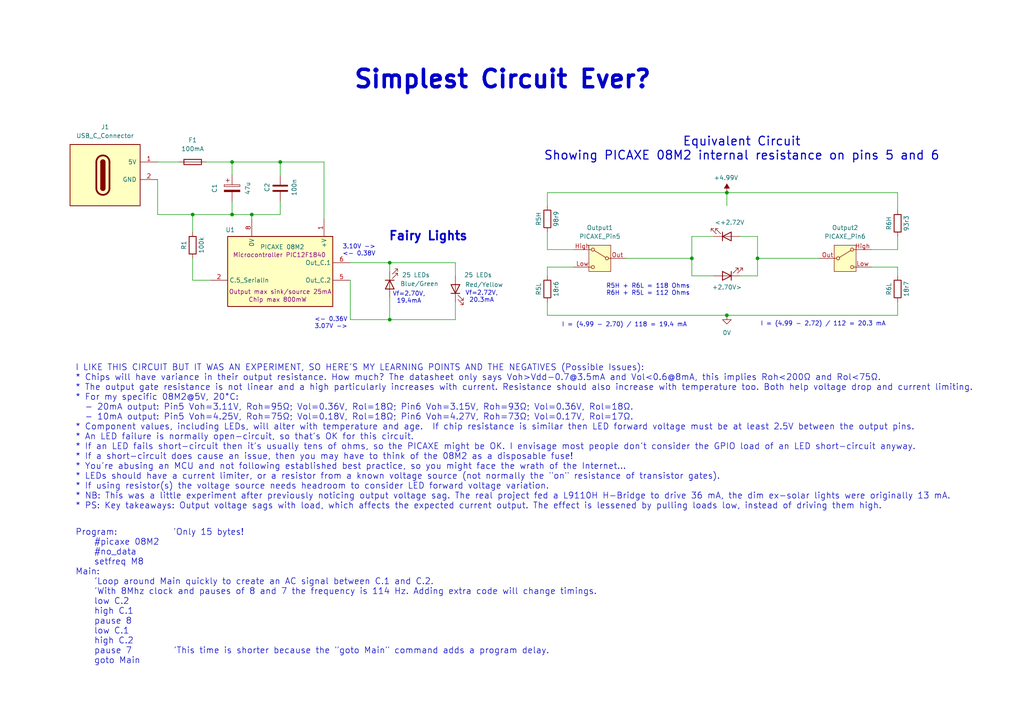
<source format=kicad_sch>
(kicad_sch (version 20231120) (generator "eeschema") (generator_version "8.0")
  (paper "A4")
  (title_block (title "Fairy Lights - Experimenting with PIC output resistance") (comment 1 "Timings are Pin6high 4.27ms, off 140us, Pin5high 4.18ms, off 142us.") (comment 2 "The 114 Hz duty cycle is Pin6 high 48.9%, Pin5 high 47.9%, and 2 deabands of 1.6%.") (comment 3 "Only low voltage LED strings driven by about 2.7V AC are supported.") (comment 4 "Using a PICAXE as an AC generator and, very unconventually, as a resistor too."))
  (lib_symbols
    (symbol "Device:C" (pin_numbers hide) (pin_names (offset 0.254))
      (property "Reference" "C" (at 0.635 2.54 0))
      (property "Value" "C" (at 0.635 -2.54 0))
      (symbol "C_0_1"
        (polyline (pts (xy -2.032 -0.762) (xy 2.032 -0.762)) (stroke (width 0.508)))
        (polyline (pts (xy -2.032 0.762) (xy 2.032 0.762)) (stroke (width 0.508)))
      )
      (symbol "C_1_1"
        (pin passive line (at 0 3.81 270) (length 2.794) (name "~") (number "1"))
        (pin passive line (at 0 -3.81 90) (length 2.794) (name "~") (number "2"))
      )
    )
    (symbol "Device:C_Polarized" (pin_numbers hide) (pin_names (offset 0.254))
      (property "Reference" "C" (at 0.635 2.54 0))
      (property "Value" "C_Polarized" (at 0.635 -2.54 0))
      (symbol "C_Polarized_0_1"
        (rectangle (start -2.286 0.508) (end 2.286 1.016))
        (polyline (pts (xy -1.778 2.286) (xy -0.762 2.286)))
        (polyline (pts (xy -1.27 2.794) (xy -1.27 1.778)))
        (rectangle (start 2.286 -0.508) (end -2.286 -1.016) (fill (type outline)))
      )
      (symbol "C_Polarized_1_1"
        (pin passive line (at 0 3.81 270) (length 2.794) (name "~") (number "1"))
        (pin passive line (at 0 -3.81 90) (length 2.794) (name "~") (number "2"))
      )
    )
    (symbol "Device:Fuse" (pin_numbers hide) (pin_names (offset 0))
      (property "Reference" "F" (at 2.032 0 90))
      (property "Value" "Fuse" (at -1.905 0 90))
      (symbol "Fuse_0_1"
        (rectangle (start -0.762 -2.54) (end 0.762 2.54) (stroke (width 0.254)))
        (polyline (pts (xy 0 2.54) (xy 0 -2.54)))
      )
      (symbol "Fuse_1_1"
        (pin passive line (at 0 3.81 270) (length 1.27) (name "~") (number "1"))
        (pin passive line (at 0 -3.81 90) (length 1.27) (name "~") (number "2"))
      )
    )
    (symbol "Device:LED" (pin_numbers hide) (pin_names (offset 1.016) hide)
      (property "Reference" "D" (at 0 2.54 0))
      (property "Value" "LED" (at 0 -2.54 0))
      (symbol "LED_0_1"
        (polyline (pts (xy -1.27 -1.27) (xy -1.27 1.27)) (stroke (width 0.254)))
        (polyline (pts (xy -1.27 0) (xy 1.27 0)))
        (polyline (pts (xy 1.27 -1.27) (xy 1.27 1.27) (xy -1.27 0) (xy 1.27 -1.27)) (stroke (width 0.254)))
        (polyline (pts (xy -3.048 -0.762) (xy -4.572 -2.286) (xy -3.81 -2.286) (xy -4.572 -2.286) (xy -4.572 -1.524)))
        (polyline (pts (xy -1.778 -0.762) (xy -3.302 -2.286) (xy -2.54 -2.286) (xy -3.302 -2.286) (xy -3.302 -1.524)))
      )
      (symbol "LED_1_1"
        (pin passive line (at -3.81 0 0) (length 2.54) (name "K") (number "1"))
        (pin passive line (at 3.81 0 180) (length 2.54) (name "A") (number "2"))
      )
    )
    (symbol "Device:R" (pin_numbers hide) (pin_names (offset 0))
      (property "Reference" "R" (at 2.032 0 90))
      (property "Value" "R" (at 0 0 90))
      (symbol "R_0_1"
        (rectangle (start -1.016 -2.54) (end 1.016 2.54) (stroke (width 0.254)))
      )
      (symbol "R_1_1"
        (pin passive line (at 0 3.81 270) (length 1.27) (name "~") (number "1"))
        (pin passive line (at 0 -3.81 90) (length 1.27) (name "~") (number "2"))
      )
    )
    (symbol "SW_SPDT_1" (pin_names (offset 0) hide)
      (property "Reference" "Output" (at 0 8.89 0))
      (property "Value" "PICAXE_Pin6" (at 0 6.35 0))
      (symbol "SW_SPDT_1_0_1"
        (circle (center -2.032 0) (radius 0.4572))
        (polyline (pts (xy -1.651 0.254) (xy 1.651 2.286)))
        (circle (center 2.032 -2.54) (radius 0.4572))
        (circle (center 2.032 2.54) (radius 0.4572))
      )
      (symbol "SW_SPDT_1_1_1"
        (rectangle (start -3.175 3.81) (end 3.175 -3.81) (fill (type background)))
        (pin passive line (at 7.62 2.54 180) (length 5.08) (name "A") (number "High"))
        (pin passive line (at 7.62 -2.54 180) (length 5.08) (name "C") (number "Low"))
        (pin passive line (at -7.62 0 0) (length 5.08) (name "B") (number "Out"))
      )
    )
    (symbol "Solar_to_USB:PICAXE_08M2"
      (property "Reference" "U1" (at -15.875 12.065 0))
      (property "Value" "PICAXE 08M2" (at -6.35 5.715 0))
      (property "Description" "Microcontroller" (at -0.635 3.81 0))
      (symbol "PICAXE_08M2_0_1"
        (rectangle (start -15.24 10.16) (end 15.24 -10.16) (stroke (width 0.254)) (fill (type background)))
      )
      (symbol "PICAXE_08M2_1_1"
        (pin power_in line (at 12.7 15.24 270) (length 5.08) (name "+V") (number "1"))
        (pin bidirectional line (at -20.32 -2.54 0) (length 5.08) (name "C.5_SerialIn") (number "2"))
        (pin bidirectional line (at 20.32 -2.54 180) (length 5.08) (name "Out_C.2") (number "5"))
        (pin bidirectional line (at 20.32 2.54 180) (length 5.08) (name "Out_C.1") (number "6"))
        (pin power_in line (at -8.255 15.24 270) (length 5.08) (name "0V") (number "8"))
      )
    )
    (symbol "Solar_to_USB:USB_C_PowerOnly" (pin_names (offset 1.016))
      (property "Reference" "J7" (at 0 17.78 0))
      (property "Value" "USB_C_Connector" (at 0 15.24 0))
      (symbol "USB_C_PowerOnly_0_1"
        (rectangle (start -10.16 12.7) (end 10.16 -5.08) (stroke (width 0.254)) (fill (type background)))
        (arc (start -2.54 0) (mid -0.635 -1.8967) (end 1.27 0) (stroke (width 0.508)))
        (arc (start -1.27 0) (mid -0.635 -0.6323) (end 0 0) (stroke (width 0.254)))
        (arc (start -1.27 0) (mid -0.635 -0.6323) (end 0 0) (stroke (width 0.254)) (fill (type outline)))
        (rectangle (start -1.27 7.62) (end 0 0) (stroke (width 0.254)) (fill (type outline)))
        (polyline (pts (xy -2.54 0) (xy -2.54 7.62)) (stroke (width 0.508)))
        (polyline (pts (xy 1.27 7.62) (xy 1.27 0)) (stroke (width 0.508)))
        (arc (start 0 7.62) (mid -0.635 8.2523) (end -1.27 7.62) (stroke (width 0.254)))
        (arc (start 0 7.62) (mid -0.635 8.2523) (end -1.27 7.62) (stroke (width 0.254)) (fill (type outline)))
        (arc (start 1.27 7.62) (mid -0.635 9.5167) (end -2.54 7.62) (stroke (width 0.508)))
      )
      (symbol "USB_C_PowerOnly_1_1"
        (pin passive line (at 15.24 7.62 180) (length 5.08) (name "5V") (number "1"))
        (pin passive line (at 15.24 2.54 180) (length 5.08) (name "GND") (number "2"))
      )
    )
    (symbol "Switch:SW_SPDT" (pin_names (offset 0) hide)
      (property "Reference" "Output" (at 0 8.89 0))
      (property "Value" "PICAXE_Pin6" (at 0 6.35 0))
      (symbol "SW_SPDT_0_1"
        (circle (center -2.032 0) (radius 0.4572))
        (polyline (pts (xy -1.651 0.254) (xy 1.651 2.286)))
        (circle (center 2.032 -2.54) (radius 0.4572))
        (circle (center 2.032 2.54) (radius 0.4572))
      )
      (symbol "SW_SPDT_1_1"
        (rectangle (start -3.175 3.81) (end 3.175 -3.81) (fill (type background)))
        (pin passive line (at 7.62 2.54 180) (length 5.08) (name "A") (number "High"))
        (pin passive line (at 7.62 -2.54 180) (length 5.08) (name "C") (number "Low"))
        (pin passive line (at -7.62 0 0) (length 5.08) (name "B") (number "Out"))
      )
    )
    (symbol "power:GND" (power) (pin_numbers hide) (pin_names (offset 0) hide)
      (property "Value" "GND" (at 0 -3.81 0))
      (symbol "GND_0_1"
        (polyline (pts (xy 0 0) (xy 0 -1.27) (xy 1.27 -1.27) (xy 0 -2.54) (xy -1.27 -1.27) (xy 0 -1.27)))
      )
      (symbol "GND_1_1"
        (pin power_in line (at 0 0 270) (length 0) (name "~") (number "1"))
      )
    )
    (symbol "power:VSS" (power) (pin_numbers hide) (pin_names (offset 0) hide)
      (property "Value" "VSS" (at 0 3.556 0))
      (symbol "VSS_0_1"
        (polyline (pts (xy 0 0) (xy 0 2.54)))
        (polyline (pts (xy 0.762 1.27) (xy -0.762 1.27) (xy 0 2.54) (xy 0.762 1.27)) (fill (type outline)))
      )
      (symbol "VSS_1_1"
        (pin power_in line (at 0 0 90) (length 0) (name "~") (number "1"))
      )
    )
  )
  (junction (at 210.82 91.44))
  (junction (at 73.025 62.23))
  (junction (at 67.31 62.23))
  (junction (at 219.71 74.93))
  (junction (at 113.03 92.71))
  (junction (at 67.31 46.99))
  (junction (at 210.82 55.88))
  (junction (at 200.66 74.93))
  (junction (at 113.03 76.2))
  (junction (at 81.28 46.99))
  (junction (at 55.88 62.23))
  (wire (pts (xy 214.63 80.01) (xy 219.71 80.01)))
  (wire (pts (xy 260.35 68.58) (xy 260.35 72.39)))
  (wire (pts (xy 132.08 92.71) (xy 132.08 87.63)))
  (wire (pts (xy 181.61 74.93) (xy 200.66 74.93)))
  (wire (pts (xy 81.28 46.99) (xy 81.28 50.8)))
  (wire (pts (xy 113.03 92.71) (xy 132.08 92.71)))
  (wire (pts (xy 101.6 92.71) (xy 113.03 92.71)))
  (wire (pts (xy 113.03 92.71) (xy 113.03 86.36)))
  (wire (pts (xy 67.31 62.23) (xy 73.025 62.23)))
  (wire (pts (xy 219.71 68.58) (xy 219.71 74.93)))
  (wire (pts (xy 200.66 74.93) (xy 200.66 80.01)))
  (wire (pts (xy 55.88 81.28) (xy 60.96 81.28)))
  (wire (pts (xy 101.6 76.2) (xy 113.03 76.2)))
  (wire (pts (xy 210.82 55.88) (xy 210.82 59.69)))
  (wire (pts (xy 93.98 46.99) (xy 81.28 46.99)))
  (wire (pts (xy 45.72 52.07) (xy 45.72 62.23)))
  (wire (pts (xy 158.75 91.44) (xy 158.75 87.63)))
  (wire (pts (xy 260.35 80.01) (xy 260.35 77.47)))
  (wire (pts (xy 113.03 76.2) (xy 132.08 76.2)))
  (wire (pts (xy 200.66 68.58) (xy 200.66 74.93)))
  (wire (pts (xy 158.75 55.88) (xy 158.75 59.69)))
  (wire (pts (xy 260.35 77.47) (xy 252.73 77.47)))
  (wire (pts (xy 101.6 81.28) (xy 101.6 92.71)))
  (wire (pts (xy 158.75 55.88) (xy 210.82 55.88)))
  (wire (pts (xy 45.72 46.99) (xy 52.07 46.99)))
  (wire (pts (xy 200.66 80.01) (xy 207.01 80.01)))
  (wire (pts (xy 158.75 91.44) (xy 210.82 91.44)))
  (wire (pts (xy 166.37 77.47) (xy 158.75 77.47)))
  (wire (pts (xy 73.025 62.23) (xy 81.28 62.23)))
  (wire (pts (xy 55.88 74.93) (xy 55.88 81.28)))
  (wire (pts (xy 219.71 74.93) (xy 237.49 74.93)))
  (wire (pts (xy 59.69 46.99) (xy 67.31 46.99)))
  (wire (pts (xy 81.28 62.23) (xy 81.28 58.42)))
  (wire (pts (xy 132.08 76.2) (xy 132.08 80.01)))
  (wire (pts (xy 214.63 68.58) (xy 219.71 68.58)))
  (wire (pts (xy 55.88 62.23) (xy 67.31 62.23)))
  (wire (pts (xy 55.88 62.23) (xy 55.88 67.31)))
  (wire (pts (xy 67.31 62.23) (xy 67.31 58.42)))
  (wire (pts (xy 67.31 50.8) (xy 67.31 46.99)))
  (wire (pts (xy 67.31 46.99) (xy 81.28 46.99)))
  (wire (pts (xy 93.98 46.99) (xy 93.98 63.5)))
  (wire (pts (xy 158.75 72.39) (xy 166.37 72.39)))
  (wire (pts (xy 158.75 67.31) (xy 158.75 72.39)))
  (wire (pts (xy 260.35 91.44) (xy 260.35 87.63)))
  (wire (pts (xy 73.025 63.5) (xy 73.025 62.23)))
  (wire (pts (xy 260.35 55.88) (xy 260.35 60.96)))
  (wire (pts (xy 210.82 91.44) (xy 260.35 91.44)))
  (wire (pts (xy 200.66 68.58) (xy 207.01 68.58)))
  (wire (pts (xy 252.73 72.39) (xy 260.35 72.39)))
  (wire (pts (xy 219.71 74.93) (xy 219.71 80.01)))
  (wire (pts (xy 113.03 78.74) (xy 113.03 76.2)))
  (wire (pts (xy 158.75 77.47) (xy 158.75 80.01)))
  (wire (pts (xy 45.72 62.23) (xy 55.88 62.23)))
  (wire (pts (xy 210.82 55.88) (xy 260.35 55.88)))
  (text "Program:            'Only 15 bytes!\n    #picaxe 08M2 \n    #no_data\n    setfreq M8\nMain:                                \n    'Loop around Main quickly to create an AC signal between C.1 and C.2. \n    'With 8Mhz clock and pauses of 8 and 7 the frequency is 114 Hz. Adding extra code will change timings.\n    low C.2\n    high C.1\n    pause 8\n    low C.1\n    high C.2\n    pause 7         'This time is shorter because the \"goto Main\" command adds a program delay.\n    goto Main" (at 21.844 153.416 0) (effects (font (size 1.778 1.778) (thickness 0.1588)) (justify left top)))
  (text "I = (4.99 - 2.72) / 112 = 20.3 mA" (at 238.76 93.98 0) (effects (font (size 1.27 1.27) (thickness 0.1588))))
  (text "3.10V ->\n<- 0.38V\n" (at 104.14 72.644 0) (effects (font (size 1.27 1.27) (thickness 0.1588))))
  (text "<- 0.36V\n3.07V ->\n" (at 96.012 93.726 0) (effects (font (size 1.27 1.27) (thickness 0.1588))))
  (text "R5H + R6L = 118 Ohms\nR6H + R5L = 112 Ohms" (at 187.96 84.074 0) (effects (font (size 1.27 1.27) (thickness 0.1588))))
  (text "Fairy Lights" (at 124.206 68.58 0) (effects (font (size 2.54 2.54) (thickness 0.508) (bold yes))))
  (text "Simplest Circuit Ever?" (at 145.796 23.114 0) (effects (font (size 5.08 5.08) (thickness 1.016) (bold yes))))
  (text "Vf=2.72V,\n20.3mA" (at 139.7 86.106 0) (effects (font (size 1.27 1.27) (thickness 0.1588))))
  (text "I = (4.99 - 2.70) / 118 = 19.4 mA" (at 181.102 94.234 0) (effects (font (size 1.27 1.27) (thickness 0.1588))))
  (text "I LIKE THIS CIRCUIT BUT IT WAS AN EXPERIMENT, SO HERE'S MY LEARNING POINTS AND THE NEGATIVES (Possible Issues):\n* Chips will have variance in their output resistance. How much? The datasheet only says Voh>Vdd-0.7@3.5mA and Vol<0.6@8mA, this implies Roh<200Ω and Rol<75Ω.\n* The output gate resistance is not linear and a high particularly increases with current. Resistance should also increase with temperature too. Both help voltage drop and current limiting.\n* For my specific 08M2@5V, 20°C:\n  - 20mA output: Pin5 Voh=3.11V, Roh=95Ω; Vol=0.36V, Rol=18Ω; Pin6 Voh=3.15V, Roh=93Ω; Vol=0.36V, Rol=18Ω.\n  - 10mA output: Pin5 Voh=4.25V, Roh=75Ω; Vol=0.18V, Rol=18Ω; Pin6 Voh=4.27V, Roh=73Ω; Vol=0.17V, Rol=17Ω.\n* Component values, including LEDs, will alter with temperature and age.  If chip resistance is similar then LED forward voltage must be at least 2.5V between the output pins.\n* An LED failure is normally open-circuit, so that's OK for this circuit.\n* If an LED fails short-circuit then it's usually tens of ohms, so the PICAXE might be OK. I envisage most people don't consider the GPIO load of an LED short-circuit anyway.\n* If a short-circuit does cause an issue, then you may have to think of the 08M2 as a disposable fuse!\n* You're abusing an MCU and not following established best practice, so you might face the wrath of the Internet...  \n* LEDs should have a current limiter, or a resistor from a known voltage source (not normally the \"on\" resistance of transistor gates).\n* If using resistor(s) the voltage source needs headroom to consider LED forward voltage variation.\n* NB: This was a little experiment after previously noticing output voltage sag. The real project fed a L9110H H-Bridge to drive 36 mA, the dim ex-solar lights were originally 13 mA.\n* PS: Key takeaways: Output voltage sags with load, which affects the expected current output. The effect is lessened by pulling loads low, instead of driving them high." (at 21.844 105.664 0) (effects (font (size 1.778 1.778) (thickness 0.1588)) (justify left top)))
  (text "Vf=2.70V,\n19.4mA\n" (at 118.618 86.36 0) (effects (font (size 1.27 1.27) (thickness 0.1588))))
  (text "Equivalent Circuit\nShowing PICAXE 08M2 internal resistance on pins 5 and 6" (at 215.138 43.18 0) (effects (font (size 2.54 2.54) (thickness 0.3175))))
  (symbol (lib_id "power:VSS") (at 210.82 55.88 0) (unit 1)
    (property "Reference" "#PWR02" (effects (hide yes)))
    (property "Value" "+4.99V" (at 207.01 51.562 0) (effects (justify left)))
    (property "Description" "Power symbol creates a global label with name \"VSS\"" (effects (hide yes)))
  )
  (symbol (lib_id "Device:R") (at 55.88 71.12 0) (unit 1)
    (property "Reference" "R1" (at 53.34 71.12 90))
    (property "Value" "100k" (at 58.42 71.12 90))
    (property "Footprint" "Resistor_THT:R_Axial_DIN0207_L6.3mm_D2.5mm_P7.62mm_Horizontal" (effects (hide yes)))
    (property "Description" "Resistor" (effects (hide yes)))
  )
  (symbol (lib_id "Device:LED") (at 132.08 83.82 90) (unit 1) (in_bom no) (on_board no)
    (property "Reference" "Red/Yellow" (at 134.874 82.55 90) (effects (justify right)))
    (property "Value" "25 LEDs" (at 134.62 79.756 90) (effects (justify right)))
    (property "Description" "Light emitting diode" (effects (hide yes)))
  )
  (symbol (lib_id "Device:R") (at 260.35 64.77 0) (unit 1)
    (property "Reference" "R6H" (at 257.81 64.77 90))
    (property "Value" "93r3" (at 262.89 64.77 90))
    (property "Footprint" "Resistor_THT:R_Axial_DIN0207_L6.3mm_D2.5mm_P7.62mm_Horizontal" (effects (hide yes)))
    (property "Description" "Resistor" (effects (hide yes)))
  )
  (symbol (lib_id "Device:LED") (at 210.82 68.58 0) (mirror x) (unit 1) (in_bom no) (on_board no)
    (property "Reference" "<+2.72V" (at 207.264 64.516 0) (effects (justify left)))
    (property "Value" "25 LEDs" (effects (hide yes)))
    (property "Description" "Light emitting diode" (effects (hide yes)))
  )
  (symbol (lib_name "SW_SPDT_1") (lib_id "Switch:SW_SPDT") (at 173.99 74.93 0) (mirror y) (unit 1)
    (property "Reference" "Output1" (at 173.99 66.04 0))
    (property "Value" "PICAXE_Pin5" (at 173.99 68.58 0))
    (property "Description" "Switch, single pole double throw" (effects (hide yes)))
  )
  (symbol (lib_id "Device:C_Polarized") (at 67.31 54.61 0) (unit 1)
    (property "Reference" "C1" (at 62.23 54.61 90))
    (property "Value" "47u" (at 71.882 54.61 90))
    (property "Footprint" "Capacitor_THT:C_Radial_D10.0mm_H16.0mm_P5.00mm" (effects (hide yes)))
    (property "Description" "Polarized capacitor" (effects (hide yes)))
  )
  (symbol (lib_id "Switch:SW_SPDT") (at 245.11 74.93 0) (unit 1)
    (property "Reference" "Output2" (at 245.11 66.04 0))
    (property "Value" "PICAXE_Pin6" (at 245.11 68.58 0))
    (property "Description" "Switch, single pole double throw" (effects (hide yes)))
  )
  (symbol (lib_id "Device:R") (at 158.75 83.82 0) (unit 1)
    (property "Reference" "R5L" (at 156.21 83.82 90))
    (property "Value" "18r6" (at 161.29 83.82 90))
    (property "Footprint" "Resistor_THT:R_Axial_DIN0207_L6.3mm_D2.5mm_P7.62mm_Horizontal" (effects (hide yes)))
    (property "Description" "Resistor" (effects (hide yes)))
  )
  (symbol (lib_id "Solar_to_USB:PICAXE_08M2") (at 81.28 78.74 0) (unit 1)
    (property "Reference" "U1" (at 65.405 66.675 0) (effects (justify left)))
    (property "Value" "PICAXE 08M2" (at 75.438 71.628 0) (effects (justify left)))
    (property "Footprint" "Package_DIP:DIP-8_W7.62mm" (effects (hide yes)))
    (property "Datasheet" "https://ww1.microchip.com/downloads/en/DeviceDoc/41441B.pdf" (effects (hide yes)))
    (property "Description" "Microcontroller PIC12F1840" (at 81.026 73.914 0))
    (property "Field5" "Output max sink/source 25mA" (at 81.28 84.582 0))
    (property "Field6" "Chip max 800mW" (at 80.518 86.868 0))
  )
  (symbol (lib_id "Device:Fuse") (at 55.88 46.99 270) (unit 1)
    (property "Reference" "F1" (at 55.88 40.64 90))
    (property "Value" "100mA" (at 55.88 43.18 90))
    (property "Footprint" "Fuse:Fuseholder_Cylinder-5x20mm_Schurter_0031_8201_Horizontal_Open" (effects (hide yes)))
    (property "Description" "Fuse" (effects (hide yes)))
  )
  (symbol (lib_id "Device:R") (at 158.75 63.5 0) (unit 1)
    (property "Reference" "R5H" (at 156.21 63.5 90))
    (property "Value" "98r9" (at 161.29 63.5 90))
    (property "Footprint" "Resistor_THT:R_Axial_DIN0207_L6.3mm_D2.5mm_P7.62mm_Horizontal" (effects (hide yes)))
    (property "Description" "Resistor" (effects (hide yes)))
  )
  (symbol (lib_id "Device:C") (at 81.28 54.61 180) (unit 1)
    (property "Reference" "C2" (at 77.47 54.356 90))
    (property "Value" "100n" (at 85.344 54.356 90))
    (property "Footprint" "Capacitor_THT:C_Rect_L9.0mm_W2.5mm_P7.50mm_MKT" (effects (hide yes)))
    (property "Description" "Unpolarized capacitor" (effects (hide yes)))
  )
  (symbol (lib_id "power:GND") (at 210.82 91.44 0) (unit 1)
    (property "Reference" "#PWR01" (effects (hide yes)))
    (property "Value" "0V" (at 210.82 96.52 0))
    (property "Description" "Power symbol creates a global label with name \"GND\" , ground" (effects (hide yes)))
  )
  (symbol (lib_id "Device:LED") (at 210.82 80.01 180) (unit 1) (in_bom no) (on_board no)
    (property "Reference" "+2.70V>" (at 206.502 83.312 0) (effects (justify right)))
    (property "Value" "25 LEDs" (effects (hide yes)))
    (property "Description" "Light emitting diode" (effects (hide yes)))
  )
  (symbol (lib_id "Device:R") (at 260.35 83.82 0) (unit 1)
    (property "Reference" "R6L" (at 257.81 83.82 90))
    (property "Value" "18r7" (at 262.89 83.82 90))
    (property "Footprint" "Resistor_THT:R_Axial_DIN0207_L6.3mm_D2.5mm_P7.62mm_Horizontal" (effects (hide yes)))
    (property "Description" "Resistor" (effects (hide yes)))
  )
  (symbol (lib_id "Device:LED") (at 113.03 82.55 90) (mirror x) (unit 1) (in_bom no) (on_board no)
    (property "Reference" "Blue/Green" (at 116.078 82.296 90) (effects (justify right)))
    (property "Value" "25 LEDs" (at 116.586 79.756 90) (effects (justify right)))
    (property "Description" "Light emitting diode" (effects (hide yes)))
  )
  (symbol (lib_id "Solar_to_USB:USB_C_PowerOnly") (at 30.48 54.61 0) (unit 1) (exclude_from_sim yes) (on_board no)
    (property "Reference" "J1" (at 30.48 36.83 0))
    (property "Value" "USB_C_Connector" (at 30.48 39.37 0))
    (property "Datasheet" "https://www.usb.org/sites/default/files/documents/usb_type-c.zip" (effects (hide yes)))
    (property "Description" "USB Power-Only 6P Type-C Receptacle connector" (effects (hide yes)))
  )
)
</source>
